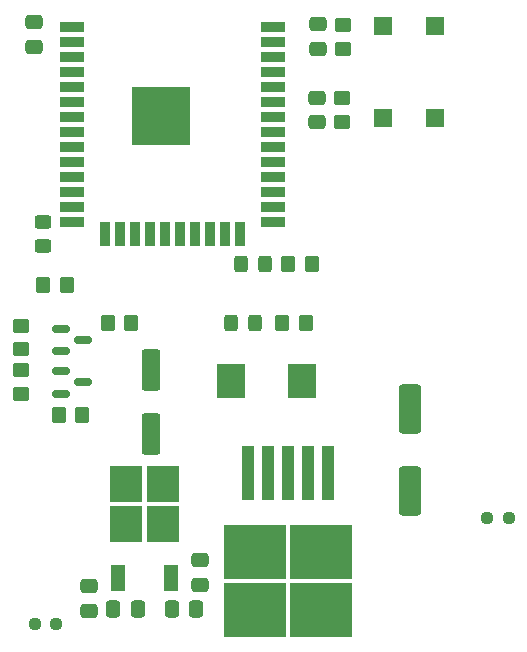
<source format=gbr>
%TF.GenerationSoftware,KiCad,Pcbnew,(6.0.1)*%
%TF.CreationDate,2022-05-20T18:22:20-05:00*%
%TF.ProjectId,esp32_2,65737033-325f-4322-9e6b-696361645f70,rev?*%
%TF.SameCoordinates,Original*%
%TF.FileFunction,Paste,Top*%
%TF.FilePolarity,Positive*%
%FSLAX46Y46*%
G04 Gerber Fmt 4.6, Leading zero omitted, Abs format (unit mm)*
G04 Created by KiCad (PCBNEW (6.0.1)) date 2022-05-20 18:22:20*
%MOMM*%
%LPD*%
G01*
G04 APERTURE LIST*
G04 Aperture macros list*
%AMRoundRect*
0 Rectangle with rounded corners*
0 $1 Rounding radius*
0 $2 $3 $4 $5 $6 $7 $8 $9 X,Y pos of 4 corners*
0 Add a 4 corners polygon primitive as box body*
4,1,4,$2,$3,$4,$5,$6,$7,$8,$9,$2,$3,0*
0 Add four circle primitives for the rounded corners*
1,1,$1+$1,$2,$3*
1,1,$1+$1,$4,$5*
1,1,$1+$1,$6,$7*
1,1,$1+$1,$8,$9*
0 Add four rect primitives between the rounded corners*
20,1,$1+$1,$2,$3,$4,$5,0*
20,1,$1+$1,$4,$5,$6,$7,0*
20,1,$1+$1,$6,$7,$8,$9,0*
20,1,$1+$1,$8,$9,$2,$3,0*%
G04 Aperture macros list end*
%ADD10RoundRect,0.237500X0.250000X0.237500X-0.250000X0.237500X-0.250000X-0.237500X0.250000X-0.237500X0*%
%ADD11R,2.350000X3.000000*%
%ADD12RoundRect,0.250000X0.450000X-0.350000X0.450000X0.350000X-0.450000X0.350000X-0.450000X-0.350000X0*%
%ADD13RoundRect,0.250000X-0.350000X-0.450000X0.350000X-0.450000X0.350000X0.450000X-0.350000X0.450000X0*%
%ADD14R,1.500000X1.500000*%
%ADD15RoundRect,0.250000X0.325000X0.450000X-0.325000X0.450000X-0.325000X-0.450000X0.325000X-0.450000X0*%
%ADD16RoundRect,0.250000X-0.450000X0.350000X-0.450000X-0.350000X0.450000X-0.350000X0.450000X0.350000X0*%
%ADD17RoundRect,0.250000X-0.475000X0.337500X-0.475000X-0.337500X0.475000X-0.337500X0.475000X0.337500X0*%
%ADD18RoundRect,0.250000X-0.550000X1.500000X-0.550000X-1.500000X0.550000X-1.500000X0.550000X1.500000X0*%
%ADD19RoundRect,0.150000X-0.587500X-0.150000X0.587500X-0.150000X0.587500X0.150000X-0.587500X0.150000X0*%
%ADD20RoundRect,0.250000X0.337500X0.475000X-0.337500X0.475000X-0.337500X-0.475000X0.337500X-0.475000X0*%
%ADD21RoundRect,0.250000X0.450000X-0.325000X0.450000X0.325000X-0.450000X0.325000X-0.450000X-0.325000X0*%
%ADD22RoundRect,0.237500X-0.250000X-0.237500X0.250000X-0.237500X0.250000X0.237500X-0.250000X0.237500X0*%
%ADD23RoundRect,0.250000X0.475000X-0.337500X0.475000X0.337500X-0.475000X0.337500X-0.475000X-0.337500X0*%
%ADD24RoundRect,0.250000X0.700000X-1.825000X0.700000X1.825000X-0.700000X1.825000X-0.700000X-1.825000X0*%
%ADD25R,2.750000X3.050000*%
%ADD26R,1.200000X2.200000*%
%ADD27R,2.000000X0.900000*%
%ADD28R,0.900000X2.000000*%
%ADD29R,5.000000X5.000000*%
%ADD30RoundRect,0.250000X-0.337500X-0.475000X0.337500X-0.475000X0.337500X0.475000X-0.337500X0.475000X0*%
%ADD31R,5.250000X4.550000*%
%ADD32R,1.100000X4.600000*%
%ADD33RoundRect,0.250000X0.350000X0.450000X-0.350000X0.450000X-0.350000X-0.450000X0.350000X-0.450000X0*%
G04 APERTURE END LIST*
D10*
%TO.C,FB2*%
X179476400Y-81635600D03*
X177651400Y-81635600D03*
%TD*%
D11*
%TO.C,L1*%
X161983200Y-70053200D03*
X155923200Y-70053200D03*
%TD*%
D12*
%TO.C,R2*%
X165400000Y-41900000D03*
X165400000Y-39900000D03*
%TD*%
D13*
%TO.C,R3*%
X160800000Y-60100000D03*
X162800000Y-60100000D03*
%TD*%
D14*
%TO.C,Rst1*%
X168800000Y-47800000D03*
X168800000Y-40000000D03*
%TD*%
D15*
%TO.C,D1*%
X158825000Y-60100000D03*
X156775000Y-60100000D03*
%TD*%
D16*
%TO.C,R1*%
X165300000Y-46100000D03*
X165300000Y-48100000D03*
%TD*%
D17*
%TO.C,C5*%
X153314400Y-85220900D03*
X153314400Y-87295900D03*
%TD*%
D18*
%TO.C,C10*%
X149200000Y-69100000D03*
X149200000Y-74500000D03*
%TD*%
D19*
%TO.C,Q1*%
X141505700Y-69204800D03*
X141505700Y-71104800D03*
X143380700Y-70154800D03*
%TD*%
%TO.C,Q2*%
X141505700Y-65604800D03*
X141505700Y-67504800D03*
X143380700Y-66554800D03*
%TD*%
D20*
%TO.C,C6*%
X148051900Y-89383400D03*
X145976900Y-89383400D03*
%TD*%
D13*
%TO.C,R8*%
X141343200Y-72954800D03*
X143343200Y-72954800D03*
%TD*%
D15*
%TO.C,D3*%
X157978200Y-65153200D03*
X155928200Y-65153200D03*
%TD*%
D17*
%TO.C,C7*%
X143914400Y-87420900D03*
X143914400Y-89495900D03*
%TD*%
D21*
%TO.C,D2*%
X140000000Y-58625000D03*
X140000000Y-56575000D03*
%TD*%
D22*
%TO.C,FB1*%
X139315100Y-90600000D03*
X141140100Y-90600000D03*
%TD*%
D23*
%TO.C,C3*%
X139293600Y-41728300D03*
X139293600Y-39653300D03*
%TD*%
D17*
%TO.C,C1*%
X163200000Y-46062500D03*
X163200000Y-48137500D03*
%TD*%
D24*
%TO.C,C8*%
X171063900Y-79375000D03*
X171063900Y-72425000D03*
%TD*%
D13*
%TO.C,R5*%
X160253200Y-65153200D03*
X162253200Y-65153200D03*
%TD*%
D25*
%TO.C,U2*%
X147089400Y-82133400D03*
X147089400Y-78783400D03*
X150139400Y-78783400D03*
X150139400Y-82133400D03*
D26*
X146334400Y-86758400D03*
X150894400Y-86758400D03*
%TD*%
D16*
%TO.C,R6*%
X138143200Y-69154800D03*
X138143200Y-71154800D03*
%TD*%
%TO.C,R7*%
X138143200Y-65354800D03*
X138143200Y-67354800D03*
%TD*%
D27*
%TO.C,U1*%
X142500000Y-40095000D03*
X142500000Y-41365000D03*
X142500000Y-42635000D03*
X142500000Y-43905000D03*
X142500000Y-45175000D03*
X142500000Y-46445000D03*
X142500000Y-47715000D03*
X142500000Y-48985000D03*
X142500000Y-50255000D03*
X142500000Y-51525000D03*
X142500000Y-52795000D03*
X142500000Y-54065000D03*
X142500000Y-55335000D03*
X142500000Y-56605000D03*
D28*
X145285000Y-57605000D03*
X146555000Y-57605000D03*
X147825000Y-57605000D03*
X149095000Y-57605000D03*
X150365000Y-57605000D03*
X151635000Y-57605000D03*
X152905000Y-57605000D03*
X154175000Y-57605000D03*
X155445000Y-57605000D03*
X156715000Y-57605000D03*
D27*
X159500000Y-56605000D03*
X159500000Y-55335000D03*
X159500000Y-54065000D03*
X159500000Y-52795000D03*
X159500000Y-51525000D03*
X159500000Y-50255000D03*
X159500000Y-48985000D03*
X159500000Y-47715000D03*
X159500000Y-46445000D03*
X159500000Y-45175000D03*
X159500000Y-43905000D03*
X159500000Y-42635000D03*
X159500000Y-41365000D03*
X159500000Y-40095000D03*
D29*
X150000000Y-47595000D03*
%TD*%
D30*
%TO.C,C4*%
X150905300Y-89357200D03*
X152980300Y-89357200D03*
%TD*%
D31*
%TO.C,U3*%
X157988900Y-84550000D03*
X163538900Y-84550000D03*
X157988900Y-89400000D03*
X163538900Y-89400000D03*
D32*
X164163900Y-77825000D03*
X162463900Y-77825000D03*
X160763900Y-77825000D03*
X159063900Y-77825000D03*
X157363900Y-77825000D03*
%TD*%
D33*
%TO.C,R9*%
X147507200Y-65176400D03*
X145507200Y-65176400D03*
%TD*%
D14*
%TO.C,Boot1*%
X173200000Y-40000000D03*
X173200000Y-47800000D03*
%TD*%
D23*
%TO.C,C2*%
X163300000Y-41937500D03*
X163300000Y-39862500D03*
%TD*%
D13*
%TO.C,R4*%
X140020800Y-61925200D03*
X142020800Y-61925200D03*
%TD*%
M02*

</source>
